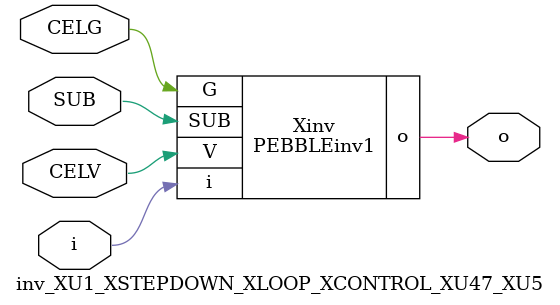
<source format=v>



module PEBBLEinv1 ( o, G, SUB, V, i );

  input V;
  input i;
  input G;
  output o;
  input SUB;
endmodule

//Celera Confidential Do Not Copy inv_XU1_XSTEPDOWN_XLOOP_XCONTROL_XU47_XU5
//Celera Confidential Symbol Generator
//5V Inverter
module inv_XU1_XSTEPDOWN_XLOOP_XCONTROL_XU47_XU5 (CELV,CELG,i,o,SUB);
input CELV;
input CELG;
input i;
input SUB;
output o;

//Celera Confidential Do Not Copy inv
PEBBLEinv1 Xinv(
.V (CELV),
.i (i),
.o (o),
.SUB (SUB),
.G (CELG)
);
//,diesize,PEBBLEinv1

//Celera Confidential Do Not Copy Module End
//Celera Schematic Generator
endmodule

</source>
